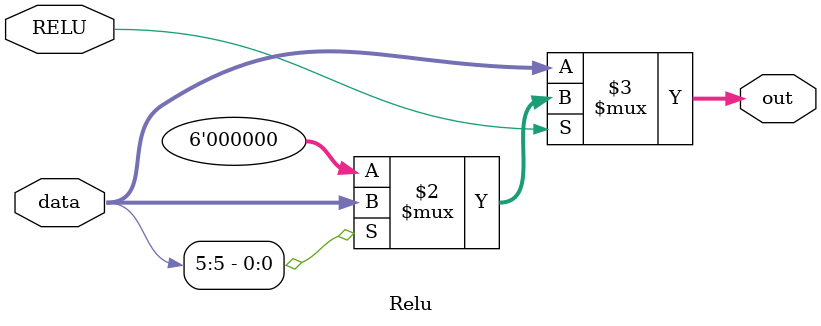
<source format=v>
`timescale 1ns / 1ps

module Relu(
input [5:0]data,
input RELU,
output [5:0]out
);

assign out = RELU?(data[5]?data:5'b0):(data);

endmodule

</source>
